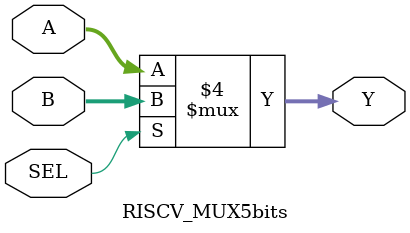
<source format=v>
`timescale 1ns / 1ps


module RISCV_MUX5bits(
    input [4:0] A,
    input [4:0] B,
    input SEL,
    output reg [4:0] Y
    );
    
    always@(*) begin
        if (SEL == 0) 
            Y <= A;
        else
            Y <= B;
    end
endmodule

</source>
